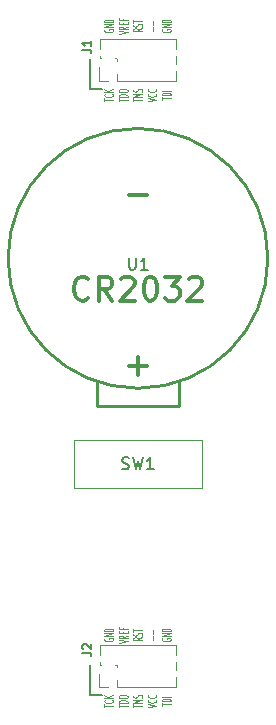
<source format=gbr>
G04 #@! TF.GenerationSoftware,KiCad,Pcbnew,(5.0.0)*
G04 #@! TF.CreationDate,2020-03-15T13:45:47-04:00*
G04 #@! TF.ProjectId,JTAG_TARGET_PWR,4A5441475F5441524745545F5057522E,rev?*
G04 #@! TF.SameCoordinates,Original*
G04 #@! TF.FileFunction,Legend,Top*
G04 #@! TF.FilePolarity,Positive*
%FSLAX46Y46*%
G04 Gerber Fmt 4.6, Leading zero omitted, Abs format (unit mm)*
G04 Created by KiCad (PCBNEW (5.0.0)) date 03/15/20 13:45:47*
%MOMM*%
%LPD*%
G01*
G04 APERTURE LIST*
%ADD10C,0.100000*%
%ADD11C,0.200000*%
%ADD12C,0.120000*%
%ADD13C,0.250000*%
%ADD14C,0.150000*%
%ADD15C,0.300000*%
G04 APERTURE END LIST*
D10*
X149575000Y-83870761D02*
X149539285Y-83908857D01*
X149539285Y-83966000D01*
X149575000Y-84023142D01*
X149646428Y-84061238D01*
X149717857Y-84080285D01*
X149860714Y-84099333D01*
X149967857Y-84099333D01*
X150110714Y-84080285D01*
X150182142Y-84061238D01*
X150253571Y-84023142D01*
X150289285Y-83966000D01*
X150289285Y-83927904D01*
X150253571Y-83870761D01*
X150217857Y-83851714D01*
X149967857Y-83851714D01*
X149967857Y-83927904D01*
X150289285Y-83680285D02*
X149539285Y-83680285D01*
X150289285Y-83451714D01*
X149539285Y-83451714D01*
X150289285Y-83261238D02*
X149539285Y-83261238D01*
X149539285Y-83166000D01*
X149575000Y-83108857D01*
X149646428Y-83070761D01*
X149717857Y-83051714D01*
X149860714Y-83032666D01*
X149967857Y-83032666D01*
X150110714Y-83051714D01*
X150182142Y-83070761D01*
X150253571Y-83108857D01*
X150289285Y-83166000D01*
X150289285Y-83261238D01*
X150764285Y-84251714D02*
X151514285Y-84118380D01*
X150764285Y-83985047D01*
X151514285Y-83623142D02*
X151157142Y-83756476D01*
X151514285Y-83851714D02*
X150764285Y-83851714D01*
X150764285Y-83699333D01*
X150800000Y-83661238D01*
X150835714Y-83642190D01*
X150907142Y-83623142D01*
X151014285Y-83623142D01*
X151085714Y-83642190D01*
X151121428Y-83661238D01*
X151157142Y-83699333D01*
X151157142Y-83851714D01*
X151121428Y-83451714D02*
X151121428Y-83318380D01*
X151514285Y-83261238D02*
X151514285Y-83451714D01*
X150764285Y-83451714D01*
X150764285Y-83261238D01*
X151121428Y-82956476D02*
X151121428Y-83089809D01*
X151514285Y-83089809D02*
X150764285Y-83089809D01*
X150764285Y-82899333D01*
X152739285Y-83785047D02*
X152382142Y-83918380D01*
X152739285Y-84013619D02*
X151989285Y-84013619D01*
X151989285Y-83861238D01*
X152025000Y-83823142D01*
X152060714Y-83804095D01*
X152132142Y-83785047D01*
X152239285Y-83785047D01*
X152310714Y-83804095D01*
X152346428Y-83823142D01*
X152382142Y-83861238D01*
X152382142Y-84013619D01*
X152703571Y-83632666D02*
X152739285Y-83575523D01*
X152739285Y-83480285D01*
X152703571Y-83442190D01*
X152667857Y-83423142D01*
X152596428Y-83404095D01*
X152525000Y-83404095D01*
X152453571Y-83423142D01*
X152417857Y-83442190D01*
X152382142Y-83480285D01*
X152346428Y-83556476D01*
X152310714Y-83594571D01*
X152275000Y-83613619D01*
X152203571Y-83632666D01*
X152132142Y-83632666D01*
X152060714Y-83613619D01*
X152025000Y-83594571D01*
X151989285Y-83556476D01*
X151989285Y-83461238D01*
X152025000Y-83404095D01*
X151989285Y-83289809D02*
X151989285Y-83061238D01*
X152739285Y-83175523D02*
X151989285Y-83175523D01*
X153678571Y-83966000D02*
X153678571Y-83661238D01*
X153678571Y-83470761D02*
X153678571Y-83166000D01*
X154475000Y-83870761D02*
X154439285Y-83908857D01*
X154439285Y-83966000D01*
X154475000Y-84023142D01*
X154546428Y-84061238D01*
X154617857Y-84080285D01*
X154760714Y-84099333D01*
X154867857Y-84099333D01*
X155010714Y-84080285D01*
X155082142Y-84061238D01*
X155153571Y-84023142D01*
X155189285Y-83966000D01*
X155189285Y-83927904D01*
X155153571Y-83870761D01*
X155117857Y-83851714D01*
X154867857Y-83851714D01*
X154867857Y-83927904D01*
X155189285Y-83680285D02*
X154439285Y-83680285D01*
X155189285Y-83451714D01*
X154439285Y-83451714D01*
X155189285Y-83261238D02*
X154439285Y-83261238D01*
X154439285Y-83166000D01*
X154475000Y-83108857D01*
X154546428Y-83070761D01*
X154617857Y-83051714D01*
X154760714Y-83032666D01*
X154867857Y-83032666D01*
X155010714Y-83051714D01*
X155082142Y-83070761D01*
X155153571Y-83108857D01*
X155189285Y-83166000D01*
X155189285Y-83261238D01*
D11*
X148336000Y-88900000D02*
X149352000Y-88900000D01*
X148336000Y-86360000D02*
X148336000Y-88900000D01*
D10*
X149539285Y-89922285D02*
X149539285Y-89693714D01*
X150289285Y-89808000D02*
X149539285Y-89808000D01*
X150217857Y-89331809D02*
X150253571Y-89350857D01*
X150289285Y-89408000D01*
X150289285Y-89446095D01*
X150253571Y-89503238D01*
X150182142Y-89541333D01*
X150110714Y-89560380D01*
X149967857Y-89579428D01*
X149860714Y-89579428D01*
X149717857Y-89560380D01*
X149646428Y-89541333D01*
X149575000Y-89503238D01*
X149539285Y-89446095D01*
X149539285Y-89408000D01*
X149575000Y-89350857D01*
X149610714Y-89331809D01*
X150289285Y-89160380D02*
X149539285Y-89160380D01*
X150289285Y-88931809D02*
X149860714Y-89103238D01*
X149539285Y-88931809D02*
X149967857Y-89160380D01*
X150764285Y-89931809D02*
X150764285Y-89703238D01*
X151514285Y-89817523D02*
X150764285Y-89817523D01*
X151514285Y-89569904D02*
X150764285Y-89569904D01*
X150764285Y-89474666D01*
X150800000Y-89417523D01*
X150871428Y-89379428D01*
X150942857Y-89360380D01*
X151085714Y-89341333D01*
X151192857Y-89341333D01*
X151335714Y-89360380D01*
X151407142Y-89379428D01*
X151478571Y-89417523D01*
X151514285Y-89474666D01*
X151514285Y-89569904D01*
X150764285Y-89093714D02*
X150764285Y-89017523D01*
X150800000Y-88979428D01*
X150871428Y-88941333D01*
X151014285Y-88922285D01*
X151264285Y-88922285D01*
X151407142Y-88941333D01*
X151478571Y-88979428D01*
X151514285Y-89017523D01*
X151514285Y-89093714D01*
X151478571Y-89131809D01*
X151407142Y-89169904D01*
X151264285Y-89188952D01*
X151014285Y-89188952D01*
X150871428Y-89169904D01*
X150800000Y-89131809D01*
X150764285Y-89093714D01*
X151989285Y-89941333D02*
X151989285Y-89712761D01*
X152739285Y-89827047D02*
X151989285Y-89827047D01*
X152739285Y-89579428D02*
X151989285Y-89579428D01*
X152525000Y-89446095D01*
X151989285Y-89312761D01*
X152739285Y-89312761D01*
X152703571Y-89141333D02*
X152739285Y-89084190D01*
X152739285Y-88988952D01*
X152703571Y-88950857D01*
X152667857Y-88931809D01*
X152596428Y-88912761D01*
X152525000Y-88912761D01*
X152453571Y-88931809D01*
X152417857Y-88950857D01*
X152382142Y-88988952D01*
X152346428Y-89065142D01*
X152310714Y-89103238D01*
X152275000Y-89122285D01*
X152203571Y-89141333D01*
X152132142Y-89141333D01*
X152060714Y-89122285D01*
X152025000Y-89103238D01*
X151989285Y-89065142D01*
X151989285Y-88969904D01*
X152025000Y-88912761D01*
X153214285Y-89941333D02*
X153964285Y-89808000D01*
X153214285Y-89674666D01*
X153892857Y-89312761D02*
X153928571Y-89331809D01*
X153964285Y-89388952D01*
X153964285Y-89427047D01*
X153928571Y-89484190D01*
X153857142Y-89522285D01*
X153785714Y-89541333D01*
X153642857Y-89560380D01*
X153535714Y-89560380D01*
X153392857Y-89541333D01*
X153321428Y-89522285D01*
X153250000Y-89484190D01*
X153214285Y-89427047D01*
X153214285Y-89388952D01*
X153250000Y-89331809D01*
X153285714Y-89312761D01*
X153892857Y-88912761D02*
X153928571Y-88931809D01*
X153964285Y-88988952D01*
X153964285Y-89027047D01*
X153928571Y-89084190D01*
X153857142Y-89122285D01*
X153785714Y-89141333D01*
X153642857Y-89160380D01*
X153535714Y-89160380D01*
X153392857Y-89141333D01*
X153321428Y-89122285D01*
X153250000Y-89084190D01*
X153214285Y-89027047D01*
X153214285Y-88988952D01*
X153250000Y-88931809D01*
X153285714Y-88912761D01*
X154439285Y-89817523D02*
X154439285Y-89588952D01*
X155189285Y-89703238D02*
X154439285Y-89703238D01*
X155189285Y-89455619D02*
X154439285Y-89455619D01*
X154439285Y-89360380D01*
X154475000Y-89303238D01*
X154546428Y-89265142D01*
X154617857Y-89246095D01*
X154760714Y-89227047D01*
X154867857Y-89227047D01*
X155010714Y-89246095D01*
X155082142Y-89265142D01*
X155153571Y-89303238D01*
X155189285Y-89360380D01*
X155189285Y-89455619D01*
X155189285Y-89055619D02*
X154439285Y-89055619D01*
X149575000Y-135432761D02*
X149539285Y-135470857D01*
X149539285Y-135528000D01*
X149575000Y-135585142D01*
X149646428Y-135623238D01*
X149717857Y-135642285D01*
X149860714Y-135661333D01*
X149967857Y-135661333D01*
X150110714Y-135642285D01*
X150182142Y-135623238D01*
X150253571Y-135585142D01*
X150289285Y-135528000D01*
X150289285Y-135489904D01*
X150253571Y-135432761D01*
X150217857Y-135413714D01*
X149967857Y-135413714D01*
X149967857Y-135489904D01*
X150289285Y-135242285D02*
X149539285Y-135242285D01*
X150289285Y-135013714D01*
X149539285Y-135013714D01*
X150289285Y-134823238D02*
X149539285Y-134823238D01*
X149539285Y-134728000D01*
X149575000Y-134670857D01*
X149646428Y-134632761D01*
X149717857Y-134613714D01*
X149860714Y-134594666D01*
X149967857Y-134594666D01*
X150110714Y-134613714D01*
X150182142Y-134632761D01*
X150253571Y-134670857D01*
X150289285Y-134728000D01*
X150289285Y-134823238D01*
X150764285Y-135813714D02*
X151514285Y-135680380D01*
X150764285Y-135547047D01*
X151514285Y-135185142D02*
X151157142Y-135318476D01*
X151514285Y-135413714D02*
X150764285Y-135413714D01*
X150764285Y-135261333D01*
X150800000Y-135223238D01*
X150835714Y-135204190D01*
X150907142Y-135185142D01*
X151014285Y-135185142D01*
X151085714Y-135204190D01*
X151121428Y-135223238D01*
X151157142Y-135261333D01*
X151157142Y-135413714D01*
X151121428Y-135013714D02*
X151121428Y-134880380D01*
X151514285Y-134823238D02*
X151514285Y-135013714D01*
X150764285Y-135013714D01*
X150764285Y-134823238D01*
X151121428Y-134518476D02*
X151121428Y-134651809D01*
X151514285Y-134651809D02*
X150764285Y-134651809D01*
X150764285Y-134461333D01*
X152739285Y-135347047D02*
X152382142Y-135480380D01*
X152739285Y-135575619D02*
X151989285Y-135575619D01*
X151989285Y-135423238D01*
X152025000Y-135385142D01*
X152060714Y-135366095D01*
X152132142Y-135347047D01*
X152239285Y-135347047D01*
X152310714Y-135366095D01*
X152346428Y-135385142D01*
X152382142Y-135423238D01*
X152382142Y-135575619D01*
X152703571Y-135194666D02*
X152739285Y-135137523D01*
X152739285Y-135042285D01*
X152703571Y-135004190D01*
X152667857Y-134985142D01*
X152596428Y-134966095D01*
X152525000Y-134966095D01*
X152453571Y-134985142D01*
X152417857Y-135004190D01*
X152382142Y-135042285D01*
X152346428Y-135118476D01*
X152310714Y-135156571D01*
X152275000Y-135175619D01*
X152203571Y-135194666D01*
X152132142Y-135194666D01*
X152060714Y-135175619D01*
X152025000Y-135156571D01*
X151989285Y-135118476D01*
X151989285Y-135023238D01*
X152025000Y-134966095D01*
X151989285Y-134851809D02*
X151989285Y-134623238D01*
X152739285Y-134737523D02*
X151989285Y-134737523D01*
X153678571Y-135528000D02*
X153678571Y-135223238D01*
X153678571Y-135032761D02*
X153678571Y-134728000D01*
X154475000Y-135432761D02*
X154439285Y-135470857D01*
X154439285Y-135528000D01*
X154475000Y-135585142D01*
X154546428Y-135623238D01*
X154617857Y-135642285D01*
X154760714Y-135661333D01*
X154867857Y-135661333D01*
X155010714Y-135642285D01*
X155082142Y-135623238D01*
X155153571Y-135585142D01*
X155189285Y-135528000D01*
X155189285Y-135489904D01*
X155153571Y-135432761D01*
X155117857Y-135413714D01*
X154867857Y-135413714D01*
X154867857Y-135489904D01*
X155189285Y-135242285D02*
X154439285Y-135242285D01*
X155189285Y-135013714D01*
X154439285Y-135013714D01*
X155189285Y-134823238D02*
X154439285Y-134823238D01*
X154439285Y-134728000D01*
X154475000Y-134670857D01*
X154546428Y-134632761D01*
X154617857Y-134613714D01*
X154760714Y-134594666D01*
X154867857Y-134594666D01*
X155010714Y-134613714D01*
X155082142Y-134632761D01*
X155153571Y-134670857D01*
X155189285Y-134728000D01*
X155189285Y-134823238D01*
X149539285Y-141230285D02*
X149539285Y-141001714D01*
X150289285Y-141116000D02*
X149539285Y-141116000D01*
X150217857Y-140639809D02*
X150253571Y-140658857D01*
X150289285Y-140716000D01*
X150289285Y-140754095D01*
X150253571Y-140811238D01*
X150182142Y-140849333D01*
X150110714Y-140868380D01*
X149967857Y-140887428D01*
X149860714Y-140887428D01*
X149717857Y-140868380D01*
X149646428Y-140849333D01*
X149575000Y-140811238D01*
X149539285Y-140754095D01*
X149539285Y-140716000D01*
X149575000Y-140658857D01*
X149610714Y-140639809D01*
X150289285Y-140468380D02*
X149539285Y-140468380D01*
X150289285Y-140239809D02*
X149860714Y-140411238D01*
X149539285Y-140239809D02*
X149967857Y-140468380D01*
X150764285Y-141239809D02*
X150764285Y-141011238D01*
X151514285Y-141125523D02*
X150764285Y-141125523D01*
X151514285Y-140877904D02*
X150764285Y-140877904D01*
X150764285Y-140782666D01*
X150800000Y-140725523D01*
X150871428Y-140687428D01*
X150942857Y-140668380D01*
X151085714Y-140649333D01*
X151192857Y-140649333D01*
X151335714Y-140668380D01*
X151407142Y-140687428D01*
X151478571Y-140725523D01*
X151514285Y-140782666D01*
X151514285Y-140877904D01*
X150764285Y-140401714D02*
X150764285Y-140325523D01*
X150800000Y-140287428D01*
X150871428Y-140249333D01*
X151014285Y-140230285D01*
X151264285Y-140230285D01*
X151407142Y-140249333D01*
X151478571Y-140287428D01*
X151514285Y-140325523D01*
X151514285Y-140401714D01*
X151478571Y-140439809D01*
X151407142Y-140477904D01*
X151264285Y-140496952D01*
X151014285Y-140496952D01*
X150871428Y-140477904D01*
X150800000Y-140439809D01*
X150764285Y-140401714D01*
X151989285Y-141249333D02*
X151989285Y-141020761D01*
X152739285Y-141135047D02*
X151989285Y-141135047D01*
X152739285Y-140887428D02*
X151989285Y-140887428D01*
X152525000Y-140754095D01*
X151989285Y-140620761D01*
X152739285Y-140620761D01*
X152703571Y-140449333D02*
X152739285Y-140392190D01*
X152739285Y-140296952D01*
X152703571Y-140258857D01*
X152667857Y-140239809D01*
X152596428Y-140220761D01*
X152525000Y-140220761D01*
X152453571Y-140239809D01*
X152417857Y-140258857D01*
X152382142Y-140296952D01*
X152346428Y-140373142D01*
X152310714Y-140411238D01*
X152275000Y-140430285D01*
X152203571Y-140449333D01*
X152132142Y-140449333D01*
X152060714Y-140430285D01*
X152025000Y-140411238D01*
X151989285Y-140373142D01*
X151989285Y-140277904D01*
X152025000Y-140220761D01*
X153214285Y-141249333D02*
X153964285Y-141116000D01*
X153214285Y-140982666D01*
X153892857Y-140620761D02*
X153928571Y-140639809D01*
X153964285Y-140696952D01*
X153964285Y-140735047D01*
X153928571Y-140792190D01*
X153857142Y-140830285D01*
X153785714Y-140849333D01*
X153642857Y-140868380D01*
X153535714Y-140868380D01*
X153392857Y-140849333D01*
X153321428Y-140830285D01*
X153250000Y-140792190D01*
X153214285Y-140735047D01*
X153214285Y-140696952D01*
X153250000Y-140639809D01*
X153285714Y-140620761D01*
X153892857Y-140220761D02*
X153928571Y-140239809D01*
X153964285Y-140296952D01*
X153964285Y-140335047D01*
X153928571Y-140392190D01*
X153857142Y-140430285D01*
X153785714Y-140449333D01*
X153642857Y-140468380D01*
X153535714Y-140468380D01*
X153392857Y-140449333D01*
X153321428Y-140430285D01*
X153250000Y-140392190D01*
X153214285Y-140335047D01*
X153214285Y-140296952D01*
X153250000Y-140239809D01*
X153285714Y-140220761D01*
X154439285Y-141125523D02*
X154439285Y-140896952D01*
X155189285Y-141011238D02*
X154439285Y-141011238D01*
X155189285Y-140763619D02*
X154439285Y-140763619D01*
X154439285Y-140668380D01*
X154475000Y-140611238D01*
X154546428Y-140573142D01*
X154617857Y-140554095D01*
X154760714Y-140535047D01*
X154867857Y-140535047D01*
X155010714Y-140554095D01*
X155082142Y-140573142D01*
X155153571Y-140611238D01*
X155189285Y-140668380D01*
X155189285Y-140763619D01*
X155189285Y-140363619D02*
X154439285Y-140363619D01*
D11*
X148336000Y-140208000D02*
X149352000Y-140208000D01*
X148336000Y-137668000D02*
X148336000Y-140208000D01*
D12*
G04 #@! TO.C,J1*
X149100000Y-88200000D02*
X149100000Y-87070000D01*
X149860000Y-88200000D02*
X149100000Y-88200000D01*
X149165000Y-85492470D02*
X149165000Y-84670000D01*
X149165000Y-86310000D02*
X149165000Y-86107530D01*
X149296529Y-86310000D02*
X149165000Y-86310000D01*
X150566529Y-86310000D02*
X150423471Y-86310000D01*
X150620000Y-86506529D02*
X150620000Y-86363471D01*
X150620000Y-88200000D02*
X150620000Y-87633471D01*
X149165000Y-84670000D02*
X155635000Y-84670000D01*
X150620000Y-88200000D02*
X155635000Y-88200000D01*
X155635000Y-86762470D02*
X155635000Y-86107530D01*
X155635000Y-85492470D02*
X155635000Y-84670000D01*
X155635000Y-88200000D02*
X155635000Y-87377530D01*
G04 #@! TO.C,J2*
X155635000Y-139560000D02*
X155635000Y-138737530D01*
X155635000Y-136852470D02*
X155635000Y-136030000D01*
X155635000Y-138122470D02*
X155635000Y-137467530D01*
X150620000Y-139560000D02*
X155635000Y-139560000D01*
X149165000Y-136030000D02*
X155635000Y-136030000D01*
X150620000Y-139560000D02*
X150620000Y-138993471D01*
X150620000Y-137866529D02*
X150620000Y-137723471D01*
X150566529Y-137670000D02*
X150423471Y-137670000D01*
X149296529Y-137670000D02*
X149165000Y-137670000D01*
X149165000Y-137670000D02*
X149165000Y-137467530D01*
X149165000Y-136852470D02*
X149165000Y-136030000D01*
X149860000Y-139560000D02*
X149100000Y-139560000D01*
X149100000Y-139560000D02*
X149100000Y-138430000D01*
D10*
G04 #@! TO.C,SW1*
X146990000Y-120650000D02*
X146990000Y-119050000D01*
X146990000Y-118600000D02*
X146990000Y-119050000D01*
X146990000Y-119050000D02*
X146990000Y-118600000D01*
X146990000Y-118600000D02*
X157440000Y-118600000D01*
X146990000Y-122700000D02*
X146990000Y-120650000D01*
X146990000Y-122700000D02*
X157040000Y-122700000D01*
X157790000Y-120650000D02*
X157790000Y-118600000D01*
X157790000Y-118600000D02*
X157440000Y-118600000D01*
X157790000Y-120650000D02*
X157790000Y-122650000D01*
X157790000Y-122650000D02*
X157790000Y-122700000D01*
X157790000Y-122700000D02*
X156990000Y-122700000D01*
D13*
G04 #@! TO.C,U1*
X152400000Y-115750000D02*
X148900000Y-115750000D01*
X148900000Y-115750000D02*
X148900000Y-113750000D01*
X152400000Y-115750000D02*
X155400000Y-115750000D01*
X155400000Y-115750000D02*
X155900000Y-115750000D01*
X155900000Y-115750000D02*
X155900000Y-113750000D01*
X163400000Y-103250000D02*
G75*
G03X163400000Y-103250000I-11000000J0D01*
G01*
G04 #@! TO.C,J1*
D14*
X147671285Y-85594000D02*
X148207000Y-85594000D01*
X148314142Y-85629714D01*
X148385571Y-85701142D01*
X148421285Y-85808285D01*
X148421285Y-85879714D01*
X148421285Y-84844000D02*
X148421285Y-85272571D01*
X148421285Y-85058285D02*
X147671285Y-85058285D01*
X147778428Y-85129714D01*
X147849857Y-85201142D01*
X147885571Y-85272571D01*
G04 #@! TO.C,J2*
X147671285Y-136648000D02*
X148207000Y-136648000D01*
X148314142Y-136683714D01*
X148385571Y-136755142D01*
X148421285Y-136862285D01*
X148421285Y-136933714D01*
X147742714Y-136326571D02*
X147707000Y-136290857D01*
X147671285Y-136219428D01*
X147671285Y-136040857D01*
X147707000Y-135969428D01*
X147742714Y-135933714D01*
X147814142Y-135898000D01*
X147885571Y-135898000D01*
X147992714Y-135933714D01*
X148421285Y-136362285D01*
X148421285Y-135898000D01*
G04 #@! TO.C,SW1*
X151066666Y-121054761D02*
X151209523Y-121102380D01*
X151447619Y-121102380D01*
X151542857Y-121054761D01*
X151590476Y-121007142D01*
X151638095Y-120911904D01*
X151638095Y-120816666D01*
X151590476Y-120721428D01*
X151542857Y-120673809D01*
X151447619Y-120626190D01*
X151257142Y-120578571D01*
X151161904Y-120530952D01*
X151114285Y-120483333D01*
X151066666Y-120388095D01*
X151066666Y-120292857D01*
X151114285Y-120197619D01*
X151161904Y-120150000D01*
X151257142Y-120102380D01*
X151495238Y-120102380D01*
X151638095Y-120150000D01*
X151971428Y-120102380D02*
X152209523Y-121102380D01*
X152400000Y-120388095D01*
X152590476Y-121102380D01*
X152828571Y-120102380D01*
X153733333Y-121102380D02*
X153161904Y-121102380D01*
X153447619Y-121102380D02*
X153447619Y-120102380D01*
X153352380Y-120245238D01*
X153257142Y-120340476D01*
X153161904Y-120388095D01*
G04 #@! TO.C,U1*
X151638095Y-103202380D02*
X151638095Y-104011904D01*
X151685714Y-104107142D01*
X151733333Y-104154761D01*
X151828571Y-104202380D01*
X152019047Y-104202380D01*
X152114285Y-104154761D01*
X152161904Y-104107142D01*
X152209523Y-104011904D01*
X152209523Y-103202380D01*
X153209523Y-104202380D02*
X152638095Y-104202380D01*
X152923809Y-104202380D02*
X152923809Y-103202380D01*
X152828571Y-103345238D01*
X152733333Y-103440476D01*
X152638095Y-103488095D01*
D15*
X148209523Y-106631285D02*
X148114285Y-106726523D01*
X147828571Y-106821761D01*
X147638095Y-106821761D01*
X147352380Y-106726523D01*
X147161904Y-106536047D01*
X147066666Y-106345571D01*
X146971428Y-105964619D01*
X146971428Y-105678904D01*
X147066666Y-105297952D01*
X147161904Y-105107476D01*
X147352380Y-104917000D01*
X147638095Y-104821761D01*
X147828571Y-104821761D01*
X148114285Y-104917000D01*
X148209523Y-105012238D01*
X150209523Y-106821761D02*
X149542857Y-105869380D01*
X149066666Y-106821761D02*
X149066666Y-104821761D01*
X149828571Y-104821761D01*
X150019047Y-104917000D01*
X150114285Y-105012238D01*
X150209523Y-105202714D01*
X150209523Y-105488428D01*
X150114285Y-105678904D01*
X150019047Y-105774142D01*
X149828571Y-105869380D01*
X149066666Y-105869380D01*
X150971428Y-105012238D02*
X151066666Y-104917000D01*
X151257142Y-104821761D01*
X151733333Y-104821761D01*
X151923809Y-104917000D01*
X152019047Y-105012238D01*
X152114285Y-105202714D01*
X152114285Y-105393190D01*
X152019047Y-105678904D01*
X150876190Y-106821761D01*
X152114285Y-106821761D01*
X153352380Y-104821761D02*
X153542857Y-104821761D01*
X153733333Y-104917000D01*
X153828571Y-105012238D01*
X153923809Y-105202714D01*
X154019047Y-105583666D01*
X154019047Y-106059857D01*
X153923809Y-106440809D01*
X153828571Y-106631285D01*
X153733333Y-106726523D01*
X153542857Y-106821761D01*
X153352380Y-106821761D01*
X153161904Y-106726523D01*
X153066666Y-106631285D01*
X152971428Y-106440809D01*
X152876190Y-106059857D01*
X152876190Y-105583666D01*
X152971428Y-105202714D01*
X153066666Y-105012238D01*
X153161904Y-104917000D01*
X153352380Y-104821761D01*
X154685714Y-104821761D02*
X155923809Y-104821761D01*
X155257142Y-105583666D01*
X155542857Y-105583666D01*
X155733333Y-105678904D01*
X155828571Y-105774142D01*
X155923809Y-105964619D01*
X155923809Y-106440809D01*
X155828571Y-106631285D01*
X155733333Y-106726523D01*
X155542857Y-106821761D01*
X154971428Y-106821761D01*
X154780952Y-106726523D01*
X154685714Y-106631285D01*
X156685714Y-105012238D02*
X156780952Y-104917000D01*
X156971428Y-104821761D01*
X157447619Y-104821761D01*
X157638095Y-104917000D01*
X157733333Y-105012238D01*
X157828571Y-105202714D01*
X157828571Y-105393190D01*
X157733333Y-105678904D01*
X156590476Y-106821761D01*
X157828571Y-106821761D01*
X151638095Y-97892857D02*
X153161904Y-97892857D01*
X151638095Y-112392857D02*
X153161904Y-112392857D01*
X152400000Y-113154761D02*
X152400000Y-111630952D01*
G04 #@! TD*
M02*

</source>
